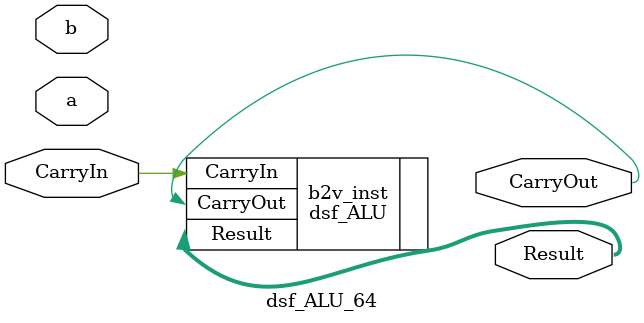
<source format=v>
module dsf_ALU_64 (
	input [64:0] a,
	input [64:0] b, 
	input CarryIn,
	output [64:0] Result,
	output CarryOut
);

	dsf_ALU #(.WIDTH(64)) b2v_inst
(
	.CarryIn (CarryIn),
	.CarryOut (CarryOut),
	.Result (Result)
	
);

endmodule
</source>
